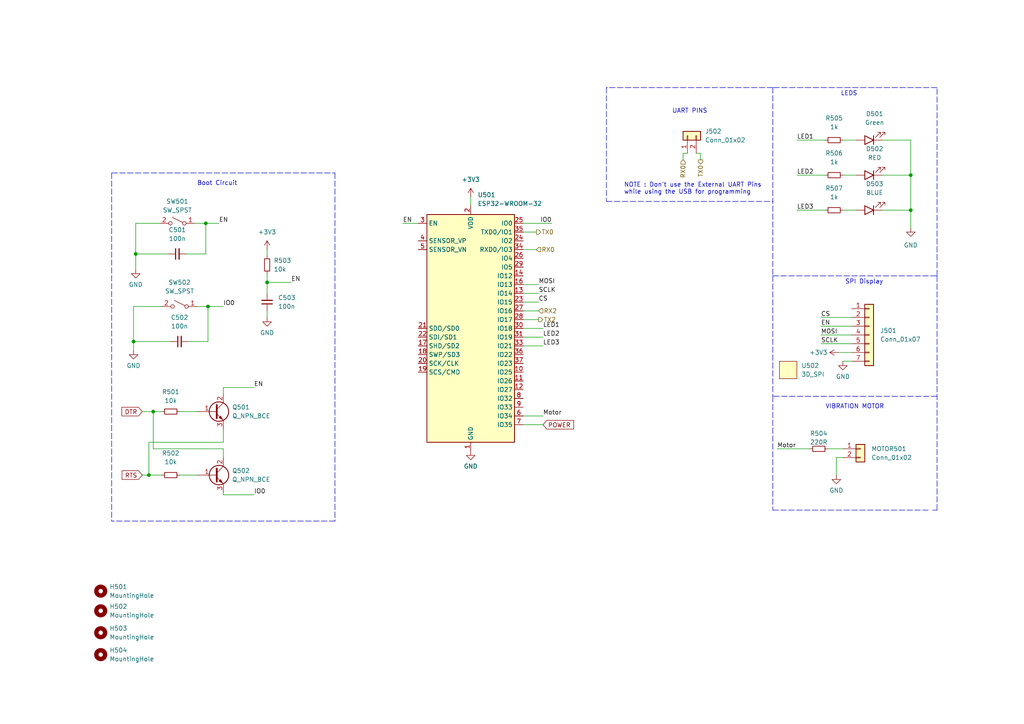
<source format=kicad_sch>
(kicad_sch (version 20211123) (generator eeschema)
  (paper "A4")
  (lib_symbols
    (symbol "Connector_Generic:Conn_01x02" (pin_names (offset 1.016) hide)
      (property "Reference" "J" (at 0 2.54 0))
      (property "Value" "Conn_01x02" (at 0 -5.08 0))
      (symbol "Conn_01x02_1_1"
        (rectangle (start -1.27 -2.413) (end 0 -2.667) (stroke (width 0.1524)))
        (rectangle (start -1.27 0.127) (end 0 -0.127) (stroke (width 0.1524)))
        (rectangle (start -1.27 1.27) (end 1.27 -3.81) (stroke (width 0.254)) (fill (type background)))
        (pin passive line (at -5.08 0 0) (length 3.81) (name "Pin_1") (number "1"))
        (pin passive line (at -5.08 -2.54 0) (length 3.81) (name "Pin_2") (number "2"))
      )
    )
    (symbol "Connector_Generic:Conn_01x07" (pin_names (offset 1.016) hide)
      (property "Reference" "J" (at 0 10.16 0))
      (property "Value" "Conn_01x07" (at 0 -10.16 0))
      (symbol "Conn_01x07_1_1"
        (rectangle (start -1.27 -7.493) (end 0 -7.747) (stroke (width 0.1524)))
        (rectangle (start -1.27 -4.953) (end 0 -5.207) (stroke (width 0.1524)))
        (rectangle (start -1.27 -2.413) (end 0 -2.667) (stroke (width 0.1524)))
        (rectangle (start -1.27 0.127) (end 0 -0.127) (stroke (width 0.1524)))
        (rectangle (start -1.27 2.667) (end 0 2.413) (stroke (width 0.1524)))
        (rectangle (start -1.27 5.207) (end 0 4.953) (stroke (width 0.1524)))
        (rectangle (start -1.27 7.747) (end 0 7.493) (stroke (width 0.1524)))
        (rectangle (start -1.27 8.89) (end 1.27 -8.89) (stroke (width 0.254)) (fill (type background)))
        (pin passive line (at -5.08 7.62 0) (length 3.81) (name "Pin_1") (number "1"))
        (pin passive line (at -5.08 5.08 0) (length 3.81) (name "Pin_2") (number "2"))
        (pin passive line (at -5.08 2.54 0) (length 3.81) (name "Pin_3") (number "3"))
        (pin passive line (at -5.08 0 0) (length 3.81) (name "Pin_4") (number "4"))
        (pin passive line (at -5.08 -2.54 0) (length 3.81) (name "Pin_5") (number "5"))
        (pin passive line (at -5.08 -5.08 0) (length 3.81) (name "Pin_6") (number "6"))
        (pin passive line (at -5.08 -7.62 0) (length 3.81) (name "Pin_7") (number "7"))
      )
    )
    (symbol "Device:C_Small" (pin_numbers hide) (pin_names (offset 0.254) hide)
      (property "Reference" "C" (at 0.254 1.778 0))
      (property "Value" "C_Small" (at 0.254 -2.032 0))
      (symbol "C_Small_0_1"
        (polyline (pts (xy -1.524 -0.508) (xy 1.524 -0.508)) (stroke (width 0.3302)))
        (polyline (pts (xy -1.524 0.508) (xy 1.524 0.508)) (stroke (width 0.3048)))
      )
      (symbol "C_Small_1_1"
        (pin passive line (at 0 2.54 270) (length 2.032) (name "~") (number "1"))
        (pin passive line (at 0 -2.54 90) (length 2.032) (name "~") (number "2"))
      )
    )
    (symbol "Device:LED" (pin_numbers hide) (pin_names (offset 1.016) hide)
      (property "Reference" "D" (at 0 2.54 0))
      (property "Value" "LED" (at 0 -2.54 0))
      (symbol "LED_0_1"
        (polyline (pts (xy -1.27 -1.27) (xy -1.27 1.27)) (stroke (width 0.254)))
        (polyline (pts (xy 1.27 -1.27) (xy 1.27 1.27) (xy -1.27 0) (xy 1.27 -1.27)) (stroke (width 0.254)))
        (polyline (pts (xy -3.048 -0.762) (xy -4.572 -2.286) (xy -3.81 -2.286) (xy -4.572 -2.286) (xy -4.572 -1.524)))
        (polyline (pts (xy -1.778 -0.762) (xy -3.302 -2.286) (xy -2.54 -2.286) (xy -3.302 -2.286) (xy -3.302 -1.524)))
      )
      (symbol "LED_1_1"
        (pin passive line (at -3.81 0 0) (length 2.54) (name "K") (number "1"))
        (pin passive line (at 3.81 0 180) (length 2.54) (name "A") (number "2"))
      )
    )
    (symbol "Device:Q_NPN_BCE" (pin_names (offset 0) hide)
      (property "Reference" "Q" (at 5.08 1.27 0))
      (property "Value" "Q_NPN_BCE" (at 5.08 -1.27 0))
      (symbol "Q_NPN_BCE_0_1"
        (polyline (pts (xy 0.635 0.635) (xy 2.54 2.54)))
        (polyline (pts (xy 0.635 -0.635) (xy 2.54 -2.54) (xy 2.54 -2.54)))
        (polyline (pts (xy 0.635 1.905) (xy 0.635 -1.905) (xy 0.635 -1.905)) (stroke (width 0.508)))
        (polyline (pts (xy 1.27 -1.778) (xy 1.778 -1.27) (xy 2.286 -2.286) (xy 1.27 -1.778) (xy 1.27 -1.778)) (fill (type outline)))
        (circle (center 1.27 0) (radius 2.8194) (stroke (width 0.254)))
      )
      (symbol "Q_NPN_BCE_1_1"
        (pin input line (at -5.08 0 0) (length 5.715) (name "B") (number "1"))
        (pin passive line (at 2.54 5.08 270) (length 2.54) (name "C") (number "2"))
        (pin passive line (at 2.54 -5.08 90) (length 2.54) (name "E") (number "3"))
      )
    )
    (symbol "Device:R_Small" (pin_numbers hide) (pin_names (offset 0.254) hide)
      (property "Reference" "R" (at 0.762 0.508 0))
      (property "Value" "R_Small" (at 0.762 -1.016 0))
      (symbol "R_Small_0_1"
        (rectangle (start -0.762 1.778) (end 0.762 -1.778) (stroke (width 0.2032)))
      )
      (symbol "R_Small_1_1"
        (pin passive line (at 0 2.54 270) (length 0.762) (name "~") (number "1"))
        (pin passive line (at 0 -2.54 90) (length 0.762) (name "~") (number "2"))
      )
    )
    (symbol "Mechanical:MountingHole" (pin_names (offset 1.016))
      (property "Reference" "H" (at 0 5.08 0))
      (property "Value" "MountingHole" (at 0 3.175 0))
      (symbol "MountingHole_0_1"
        (circle (center 0 0) (radius 1.27) (stroke (width 1.27)))
      )
    )
    (symbol "RF_Module:ESP32-WROOM-32"
      (property "Reference" "U" (at -12.7 34.29 0))
      (property "Value" "ESP32-WROOM-32" (at 1.27 34.29 0))
      (symbol "ESP32-WROOM-32_0_1"
        (rectangle (start -12.7 33.02) (end 12.7 -33.02) (stroke (width 0.254)) (fill (type background)))
      )
      (symbol "ESP32-WROOM-32_1_1"
        (pin power_in line (at 0 -35.56 90) (length 2.54) (name "GND") (number "1"))
        (pin bidirectional line (at 15.24 -12.7 180) (length 2.54) (name "IO25") (number "10"))
        (pin bidirectional line (at 15.24 -15.24 180) (length 2.54) (name "IO26") (number "11"))
        (pin bidirectional line (at 15.24 -17.78 180) (length 2.54) (name "IO27") (number "12"))
        (pin bidirectional line (at 15.24 10.16 180) (length 2.54) (name "IO14") (number "13"))
        (pin bidirectional line (at 15.24 15.24 180) (length 2.54) (name "IO12") (number "14"))
        (pin passive line (at 0 -35.56 90) (length 2.54) hide (name "GND") (number "15"))
        (pin bidirectional line (at 15.24 12.7 180) (length 2.54) (name "IO13") (number "16"))
        (pin bidirectional line (at -15.24 -5.08 0) (length 2.54) (name "SHD/SD2") (number "17"))
        (pin bidirectional line (at -15.24 -7.62 0) (length 2.54) (name "SWP/SD3") (number "18"))
        (pin bidirectional line (at -15.24 -12.7 0) (length 2.54) (name "SCS/CMD") (number "19"))
        (pin power_in line (at 0 35.56 270) (length 2.54) (name "VDD") (number "2"))
        (pin bidirectional line (at -15.24 -10.16 0) (length 2.54) (name "SCK/CLK") (number "20"))
        (pin bidirectional line (at -15.24 0 0) (length 2.54) (name "SDO/SD0") (number "21"))
        (pin bidirectional line (at -15.24 -2.54 0) (length 2.54) (name "SDI/SD1") (number "22"))
        (pin bidirectional line (at 15.24 7.62 180) (length 2.54) (name "IO15") (number "23"))
        (pin bidirectional line (at 15.24 25.4 180) (length 2.54) (name "IO2") (number "24"))
        (pin bidirectional line (at 15.24 30.48 180) (length 2.54) (name "IO0") (number "25"))
        (pin bidirectional line (at 15.24 20.32 180) (length 2.54) (name "IO4") (number "26"))
        (pin bidirectional line (at 15.24 5.08 180) (length 2.54) (name "IO16") (number "27"))
        (pin bidirectional line (at 15.24 2.54 180) (length 2.54) (name "IO17") (number "28"))
        (pin bidirectional line (at 15.24 17.78 180) (length 2.54) (name "IO5") (number "29"))
        (pin input line (at -15.24 30.48 0) (length 2.54) (name "EN") (number "3"))
        (pin bidirectional line (at 15.24 0 180) (length 2.54) (name "IO18") (number "30"))
        (pin bidirectional line (at 15.24 -2.54 180) (length 2.54) (name "IO19") (number "31"))
        (pin no_connect line (at -12.7 -27.94 0) (length 2.54) hide (name "NC") (number "32"))
        (pin bidirectional line (at 15.24 -5.08 180) (length 2.54) (name "IO21") (number "33"))
        (pin bidirectional line (at 15.24 22.86 180) (length 2.54) (name "RXD0/IO3") (number "34"))
        (pin bidirectional line (at 15.24 27.94 180) (length 2.54) (name "TXD0/IO1") (number "35"))
        (pin bidirectional line (at 15.24 -7.62 180) (length 2.54) (name "IO22") (number "36"))
        (pin bidirectional line (at 15.24 -10.16 180) (length 2.54) (name "IO23") (number "37"))
        (pin passive line (at 0 -35.56 90) (length 2.54) hide (name "GND") (number "38"))
        (pin passive line (at 0 -35.56 90) (length 2.54) hide (name "GND") (number "39"))
        (pin input line (at -15.24 25.4 0) (length 2.54) (name "SENSOR_VP") (number "4"))
        (pin input line (at -15.24 22.86 0) (length 2.54) (name "SENSOR_VN") (number "5"))
        (pin input line (at 15.24 -25.4 180) (length 2.54) (name "IO34") (number "6"))
        (pin input line (at 15.24 -27.94 180) (length 2.54) (name "IO35") (number "7"))
        (pin bidirectional line (at 15.24 -20.32 180) (length 2.54) (name "IO32") (number "8"))
        (pin bidirectional line (at 15.24 -22.86 180) (length 2.54) (name "IO33") (number "9"))
      )
    )
    (symbol "Switch:SW_SPST" (pin_names (offset 0) hide)
      (property "Reference" "SW" (at 0 3.175 0))
      (property "Value" "SW_SPST" (at 0 -2.54 0))
      (symbol "SW_SPST_0_0"
        (circle (center -2.032 0) (radius 0.508))
        (polyline (pts (xy -1.524 0.254) (xy 1.524 1.778)))
        (circle (center 2.032 0) (radius 0.508))
      )
      (symbol "SW_SPST_1_1"
        (pin passive line (at -5.08 0 0) (length 2.54) (name "A") (number "1"))
        (pin passive line (at 5.08 0 180) (length 2.54) (name "B") (number "2"))
      )
    )
    (symbol "Symbols:3D_SPI"
      (property "Reference" "U" (at 0 5.08 0))
      (property "Value" "3D_SPI" (at 0 -5.08 0))
      (symbol "3D_SPI_0_1"
        (rectangle (start -2.54 2.54) (end 2.54 -2.54) (fill (type background)))
      )
    )
    (symbol "power:+3.3V" (power) (pin_names (offset 0))
      (property "Value" "+3.3V" (at 0 3.556 0))
      (symbol "+3.3V_0_1"
        (polyline (pts (xy -0.762 1.27) (xy 0 2.54)))
        (polyline (pts (xy 0 0) (xy 0 2.54)))
        (polyline (pts (xy 0 2.54) (xy 0.762 1.27)))
      )
      (symbol "+3.3V_1_1"
        (pin power_in line (at 0 0 90) (length 0) hide (name "+3V3") (number "1"))
      )
    )
    (symbol "power:GND" (power) (pin_names (offset 0))
      (property "Value" "GND" (at 0 -3.81 0))
      (symbol "GND_0_1"
        (polyline (pts (xy 0 0) (xy 0 -1.27) (xy 1.27 -1.27) (xy 0 -2.54) (xy -1.27 -1.27) (xy 0 -1.27)))
      )
      (symbol "GND_1_1"
        (pin power_in line (at 0 0 270) (length 0) hide (name "GND") (number "1"))
      )
    )
  )
  (junction (at 38.735 99.06))
  (junction (at 43.18 137.795))
  (junction (at 264.16 60.96))
  (junction (at 77.47 81.915))
  (junction (at 44.45 119.38))
  (junction (at 39.37 73.66))
  (junction (at 264.16 50.8))
  (junction (at 59.69 64.77))
  (junction (at 60.325 88.9))
  (wire (pts (xy 255.905 40.64) (xy 264.16 40.64)))
  (wire (pts (xy 41.275 137.795) (xy 43.18 137.795)))
  (wire (pts (xy 44.45 119.38) (xy 46.99 119.38)))
  (wire (pts (xy 77.47 92.075) (xy 77.47 90.17)))
  (wire (pts (xy 46.99 88.9) (xy 38.735 88.9)))
  (polyline (pts (xy 271.78 147.955) (xy 271.78 114.935)))
  (wire (pts (xy 238.125 97.155) (xy 247.015 97.155)))
  (wire (pts (xy 157.48 95.25) (xy 151.765 95.25)))
  (wire (pts (xy 77.47 72.39) (xy 77.47 74.295)))
  (wire (pts (xy 38.735 88.9) (xy 38.735 99.06)))
  (polyline (pts (xy 224.155 80.01) (xy 271.78 80.01)))
  (wire (pts (xy 231.14 60.96) (xy 239.395 60.96)))
  (wire (pts (xy 77.47 81.915) (xy 84.455 81.915)))
  (wire (pts (xy 39.37 64.77) (xy 39.37 73.66)))
  (wire (pts (xy 64.77 112.395) (xy 64.77 114.3)))
  (wire (pts (xy 64.77 143.51) (xy 64.77 142.875)))
  (wire (pts (xy 157.48 97.79) (xy 151.765 97.79)))
  (wire (pts (xy 238.125 99.695) (xy 247.015 99.695)))
  (wire (pts (xy 46.355 64.77) (xy 39.37 64.77)))
  (wire (pts (xy 60.325 88.9) (xy 64.77 88.9)))
  (wire (pts (xy 38.735 99.06) (xy 49.53 99.06)))
  (wire (pts (xy 73.66 143.51) (xy 64.77 143.51)))
  (wire (pts (xy 244.475 40.64) (xy 248.285 40.64)))
  (wire (pts (xy 244.475 60.96) (xy 248.285 60.96)))
  (wire (pts (xy 57.15 88.9) (xy 60.325 88.9)))
  (polyline (pts (xy 175.895 58.42) (xy 224.155 58.42)))
  (wire (pts (xy 155.575 72.39) (xy 151.765 72.39)))
  (wire (pts (xy 116.84 64.77) (xy 121.285 64.77)))
  (polyline (pts (xy 271.78 80.01) (xy 271.78 114.935)))
  (wire (pts (xy 244.475 104.775) (xy 247.015 104.775)))
  (wire (pts (xy 156.21 92.71) (xy 151.765 92.71)))
  (wire (pts (xy 264.16 40.64) (xy 264.16 50.8)))
  (wire (pts (xy 52.07 119.38) (xy 57.15 119.38)))
  (wire (pts (xy 244.475 50.8) (xy 248.285 50.8)))
  (wire (pts (xy 136.525 57.15) (xy 136.525 59.69)))
  (wire (pts (xy 53.975 73.66) (xy 59.69 73.66)))
  (wire (pts (xy 156.21 82.55) (xy 151.765 82.55)))
  (wire (pts (xy 43.18 128.27) (xy 43.18 137.795)))
  (wire (pts (xy 59.69 73.66) (xy 59.69 64.77)))
  (wire (pts (xy 54.61 99.06) (xy 60.325 99.06)))
  (wire (pts (xy 225.425 130.175) (xy 234.95 130.175)))
  (polyline (pts (xy 32.385 50.165) (xy 97.155 50.165)))
  (wire (pts (xy 56.515 64.77) (xy 59.69 64.77)))
  (polyline (pts (xy 32.385 50.165) (xy 32.385 151.13)))
  (wire (pts (xy 157.48 100.33) (xy 151.765 100.33)))
  (wire (pts (xy 41.275 119.38) (xy 44.45 119.38)))
  (polyline (pts (xy 271.78 80.01) (xy 271.78 25.4)))
  (wire (pts (xy 39.37 73.66) (xy 48.895 73.66)))
  (wire (pts (xy 231.14 40.64) (xy 239.395 40.64)))
  (wire (pts (xy 52.07 137.795) (xy 57.15 137.795)))
  (wire (pts (xy 199.39 44.45) (xy 198.12 44.45)))
  (polyline (pts (xy 271.78 114.935) (xy 224.155 114.935)))
  (wire (pts (xy 155.575 67.31) (xy 151.765 67.31)))
  (wire (pts (xy 203.2 44.45) (xy 203.2 46.355)))
  (wire (pts (xy 64.77 128.27) (xy 43.18 128.27)))
  (wire (pts (xy 44.45 130.175) (xy 64.77 130.175)))
  (wire (pts (xy 201.93 44.45) (xy 203.2 44.45)))
  (wire (pts (xy 160.02 64.77) (xy 151.765 64.77)))
  (wire (pts (xy 156.21 87.63) (xy 151.765 87.63)))
  (wire (pts (xy 157.48 123.19) (xy 151.765 123.19)))
  (polyline (pts (xy 175.895 25.4) (xy 175.895 58.42)))
  (wire (pts (xy 39.37 73.66) (xy 39.37 78.105)))
  (wire (pts (xy 151.765 90.17) (xy 156.21 90.17)))
  (wire (pts (xy 238.125 92.075) (xy 247.015 92.075)))
  (wire (pts (xy 264.16 60.96) (xy 264.16 66.04)))
  (wire (pts (xy 242.57 132.715) (xy 242.57 137.795)))
  (wire (pts (xy 43.18 137.795) (xy 46.99 137.795)))
  (polyline (pts (xy 97.155 50.165) (xy 97.155 151.13)))
  (wire (pts (xy 198.12 44.45) (xy 198.12 46.355)))
  (wire (pts (xy 64.77 130.175) (xy 64.77 132.715)))
  (polyline (pts (xy 224.155 114.935) (xy 224.155 147.955)))
  (wire (pts (xy 255.905 50.8) (xy 264.16 50.8)))
  (wire (pts (xy 157.48 120.65) (xy 151.765 120.65)))
  (wire (pts (xy 240.03 130.175) (xy 244.475 130.175)))
  (polyline (pts (xy 224.155 25.4) (xy 175.895 25.4)))
  (wire (pts (xy 38.735 99.06) (xy 38.735 101.6)))
  (wire (pts (xy 238.125 94.615) (xy 247.015 94.615)))
  (wire (pts (xy 243.205 102.235) (xy 247.015 102.235)))
  (wire (pts (xy 156.21 85.09) (xy 151.765 85.09)))
  (polyline (pts (xy 97.155 151.13) (xy 32.385 151.13)))
  (wire (pts (xy 77.47 79.375) (xy 77.47 81.915)))
  (polyline (pts (xy 224.155 25.4) (xy 224.155 80.01)))
  (wire (pts (xy 64.77 128.27) (xy 64.77 124.46)))
  (wire (pts (xy 77.47 81.915) (xy 77.47 85.09)))
  (wire (pts (xy 64.77 112.395) (xy 73.66 112.395)))
  (wire (pts (xy 255.905 60.96) (xy 264.16 60.96)))
  (wire (pts (xy 264.16 50.8) (xy 264.16 60.96)))
  (wire (pts (xy 60.325 99.06) (xy 60.325 88.9)))
  (wire (pts (xy 44.45 130.175) (xy 44.45 119.38)))
  (polyline (pts (xy 224.155 147.955) (xy 269.24 147.955)))
  (polyline (pts (xy 224.155 80.01) (xy 224.155 114.935)))
  (wire (pts (xy 59.69 64.77) (xy 63.5 64.77)))
  (wire (pts (xy 244.475 132.715) (xy 242.57 132.715)))
  (wire (pts (xy 231.14 50.8) (xy 239.395 50.8)))
  (polyline (pts (xy 271.78 25.4) (xy 224.155 25.4)))
  (polyline (pts (xy 270.51 147.955) (xy 271.78 147.955)))
  (text "LEDS\n" (at 243.84 27.94 0) (effects (font (size 1.27 1.27)) (justify left bottom)))
  (text "NOTE : Don't use the External UART Pins \nwhile using the USB for programming" (at 180.975 56.515 0) (effects (font (size 1.27 1.27)) (justify left bottom)))
  (text "Boot Circuit" (at 57.15 53.975 0) (effects (font (size 1.27 1.27)) (justify left bottom)))
  (text "SPI Display" (at 245.11 82.55 0) (effects (font (size 1.27 1.27)) (justify left bottom)))
  (text "VIBRATION MOTOR\n" (at 239.395 118.745 0) (effects (font (size 1.27 1.27)) (justify left bottom)))
  (text "UART PINS" (at 194.945 33.02 0) (effects (font (size 1.27 1.27)) (justify left bottom)))
  (label "CS" (at 156.21 87.63 0))
  (label "Motor" (at 225.425 130.175 0))
  (label "IO0" (at 64.77 88.9 0))
  (label "LED3" (at 157.48 100.33 0))
  (label "EN" (at 63.5 64.77 0))
  (label "SCLK" (at 238.125 99.695 0))
  (label "IO0" (at 160.02 64.77 180))
  (label "EN" (at 73.66 112.395 0))
  (label "MOSI" (at 238.125 97.155 0))
  (label "LED1" (at 231.14 40.64 0))
  (label "EN" (at 84.455 81.915 0))
  (label "LED1" (at 157.48 95.25 0))
  (label "LED2" (at 231.14 50.8 0))
  (label "IO0" (at 73.66 143.51 0))
  (label "SCLK" (at 156.21 85.09 0))
  (label "CS" (at 238.125 92.075 0))
  (label "LED3" (at 231.14 60.96 0))
  (label "EN" (at 238.125 94.615 0))
  (label "EN" (at 116.84 64.77 0))
  (label "LED2" (at 157.48 97.79 0))
  (label "Motor" (at 157.48 120.65 0))
  (label "MOSI" (at 156.21 82.55 0))
  (global_label "RTS" (shape input) (at 41.275 137.795 180) (property "Intersheet References" "${INTERSHEET_REFS}" (effects hide)))
  (global_label "DTR" (shape input) (at 41.275 119.38 180) (property "Intersheet References" "${INTERSHEET_REFS}" (effects hide)))
  (global_label "POWER" (shape input) (at 157.48 123.19 0) (property "Intersheet References" "${INTERSHEET_REFS}" (effects hide)))
  (hierarchical_label "RX0" (shape input) (at 198.12 46.355 270))
  (hierarchical_label "RX0" (shape input) (at 155.575 72.39 0))
  (hierarchical_label "RX2" (shape input) (at 156.21 90.17 0))
  (hierarchical_label "TX2" (shape output) (at 156.21 92.71 0))
  (hierarchical_label "TX0" (shape output) (at 155.575 67.31 0))
  (hierarchical_label "TX0" (shape output) (at 203.2 46.355 270))
  (symbol (lib_id "Device:LED") (at 252.095 40.64 180) (unit 1)
    (property "Reference" "D501" (at 253.6825 33.02 0))
    (property "Value" "Green" (at 253.6825 35.56 0))
    (property "Footprint" "LED_SMD:LED_0402_1005Metric" (effects hide))
    (property "JLCPCB Part No" "C965797" (effects hide))
    (property "LCSC" "C965797" (effects hide))
  )
  (symbol (lib_id "power:GND") (at 38.735 101.6 0) (unit 1)
    (property "Reference" "#PWR0501" (effects hide))
    (property "Value" "GND" (at 38.735 106.045 0))
  )
  (symbol (lib_id "RF_Module:ESP32-WROOM-32") (at 136.525 95.25 0) (unit 1)
    (property "Reference" "U501" (at 138.5444 56.515 0) (effects (justify left)))
    (property "Value" "ESP32-WROOM-32" (at 138.5444 59.055 0) (effects (justify left)))
    (property "Footprint" "RF_Module:ESP32-WROOM-32" (effects hide))
    (property "Datasheet" "https://www.espressif.com/sites/default/files/documentation/esp32-wroom-32_datasheet_en.pdf" (effects hide))
    (property "JLCPCB Part No" "C701341 " (effects hide))
    (property "LCSC" "C701341 " (effects hide))
  )
  (symbol (lib_id "power:GND") (at 264.16 66.04 0) (unit 1)
    (property "Reference" "#PWR0509" (effects hide))
    (property "Value" "GND" (at 264.16 71.12 0))
  )
  (symbol (lib_id "Device:R_Small") (at 241.935 50.8 90) (unit 1)
    (property "Reference" "R506" (at 241.935 44.45 90))
    (property "Value" "1k" (at 241.935 46.99 90))
    (property "Footprint" "Resistor_SMD:R_0402_1005Metric" (effects hide))
    (property "JLCPCB Part No" "C2693046" (effects hide))
    (property "LCSC" "C2693046" (effects hide))
  )
  (symbol (lib_id "power:+3.3V") (at 77.47 72.39 0) (unit 1)
    (property "Reference" "#PWR0503" (effects hide))
    (property "Value" "+3.3V" (at 77.47 67.31 0))
  )
  (symbol (lib_id "Device:R_Small") (at 49.53 119.38 90) (unit 1)
    (property "Reference" "R501" (at 49.53 113.665 90))
    (property "Value" "10k" (at 49.53 116.205 90))
    (property "Footprint" "Resistor_SMD:R_0805_2012Metric" (effects hide))
    (property "JLCPCB Part No" "C17414" (effects hide))
    (property "LCSC" "C17414" (effects hide))
  )
  (symbol (lib_id "Device:LED") (at 252.095 50.8 180) (unit 1)
    (property "Reference" "D502" (at 253.6825 43.18 0))
    (property "Value" "RED" (at 253.6825 45.72 0))
    (property "Footprint" "LED_SMD:LED_0402_1005Metric" (effects hide))
    (property "JLCPCB Part No" "C130719" (effects hide))
    (property "LCSC" "C130719" (effects hide))
  )
  (symbol (lib_id "power:GND") (at 136.525 130.81 0) (unit 1)
    (property "Reference" "#PWR0506" (effects hide))
    (property "Value" "GND" (at 136.525 135.255 0))
  )
  (symbol (lib_id "Mechanical:MountingHole") (at 29.21 183.515 0) (unit 1) (in_bom no)
    (property "Reference" "H503" (at 31.75 182.2449 0) (effects (justify left)))
    (property "Value" "MountingHole" (at 31.75 184.7849 0) (effects (justify left)))
    (property "Footprint" "MountingHole:MountingHole_2mm" (effects hide))
  )
  (symbol (lib_id "Device:R_Small") (at 77.47 76.835 0) (unit 1)
    (property "Reference" "R503" (at 79.375 75.5649 0) (effects (justify left)))
    (property "Value" "10k" (at 79.375 78.1049 0) (effects (justify left)))
    (property "Footprint" "Resistor_SMD:R_0805_2012Metric" (effects hide))
    (property "JLCPCB Part No" "C17414" (effects hide))
    (property "LCSC" "C17414" (effects hide))
  )
  (symbol (lib_id "Device:R_Small") (at 237.49 130.175 90) (unit 1)
    (property "Reference" "R504" (at 237.49 125.73 90))
    (property "Value" "220R" (at 237.49 128.27 90))
    (property "Footprint" "Resistor_SMD:R_0805_2012Metric" (effects hide))
    (property "JLCPCB Part No" "C17557" (effects hide))
    (property "LCSC" "C17557" (effects hide))
  )
  (symbol (lib_id "Symbols:3D_SPI") (at 228.6 107.315 0) (unit 1) (in_bom no)
    (property "Reference" "U502" (at 232.41 106.0449 0) (effects (justify left)))
    (property "Value" "3D_SPI" (at 232.41 108.5849 0) (effects (justify left)))
    (property "Footprint" "Footprints:3D SPI_2" (effects hide))
  )
  (symbol (lib_id "power:+3.3V") (at 243.205 102.235 90) (unit 1)
    (property "Reference" "#PWR0507" (effects hide))
    (property "Value" "+3.3V" (at 240.03 102.2349 90) (effects (justify left)))
  )
  (symbol (lib_id "Device:R_Small") (at 49.53 137.795 90) (unit 1)
    (property "Reference" "R502" (at 49.53 131.445 90))
    (property "Value" "10k" (at 49.53 133.985 90))
    (property "Footprint" "Resistor_SMD:R_0805_2012Metric" (effects hide))
    (property "JLCPCB Part No" "C17414" (effects hide))
    (property "LCSC" "C17414" (effects hide))
  )
  (symbol (lib_id "Mechanical:MountingHole") (at 29.21 177.165 0) (unit 1) (in_bom no)
    (property "Reference" "H502" (at 31.75 175.8949 0) (effects (justify left)))
    (property "Value" "MountingHole" (at 31.75 178.4349 0) (effects (justify left)))
    (property "Footprint" "MountingHole:MountingHole_2mm" (effects hide))
  )
  (symbol (lib_id "power:GND") (at 77.47 92.075 0) (unit 1)
    (property "Reference" "#PWR0504" (effects hide))
    (property "Value" "GND" (at 77.47 96.52 0))
  )
  (symbol (lib_id "Device:C_Small") (at 77.47 87.63 180) (unit 1)
    (property "Reference" "C503" (at 80.645 86.3535 0) (effects (justify right)))
    (property "Value" "100n" (at 80.645 88.8935 0) (effects (justify right)))
    (property "Footprint" "Capacitor_SMD:C_0402_1005Metric" (effects hide))
    (property "JLCPCB Part No" "C1525" (effects hide))
    (property "LCSC" "C1525" (effects hide))
  )
  (symbol (lib_id "Switch:SW_SPST") (at 52.07 88.9 0) (mirror y) (unit 1)
    (property "Reference" "SW502" (at 52.07 81.915 0))
    (property "Value" "SW_SPST" (at 52.07 84.455 0))
    (property "Footprint" "Button_Switch_SMD:SW_SPST_PTS645" (effects hide))
    (property "JLCPCB Part No" "C221880" (effects hide))
    (property "LCSC" "C221880" (effects hide))
  )
  (symbol (lib_id "power:GND") (at 244.475 104.775 0) (unit 1)
    (property "Reference" "#PWR0508" (effects hide))
    (property "Value" "GND" (at 244.475 109.22 0))
  )
  (symbol (lib_id "Device:R_Small") (at 241.935 60.96 90) (unit 1)
    (property "Reference" "R507" (at 241.935 54.61 90))
    (property "Value" "1k" (at 241.935 57.15 90))
    (property "Footprint" "Resistor_SMD:R_0402_1005Metric" (effects hide))
    (property "JLCPCB Part No" "C2693046" (effects hide))
    (property "LCSC" "C2693046" (effects hide))
  )
  (symbol (lib_id "Device:Q_NPN_BCE") (at 62.23 119.38 0) (unit 1)
    (property "Reference" "Q501" (at 67.31 118.1099 0) (effects (justify left)))
    (property "Value" "Q_NPN_BCE" (at 67.31 120.6499 0) (effects (justify left)))
    (property "Footprint" "Package_TO_SOT_SMD:SOT-23" (effects hide))
    (property "JLCPCB Part No" "C2150 " (effects hide))
    (property "LCSC" "C2150 " (effects hide))
  )
  (symbol (lib_id "power:GND") (at 39.37 78.105 0) (unit 1)
    (property "Reference" "#PWR0502" (effects hide))
    (property "Value" "GND" (at 39.37 82.55 0))
  )
  (symbol (lib_id "Device:Q_NPN_BCE") (at 62.23 137.795 0) (unit 1)
    (property "Reference" "Q502" (at 67.31 136.5249 0) (effects (justify left)))
    (property "Value" "Q_NPN_BCE" (at 67.31 139.0649 0) (effects (justify left)))
    (property "Footprint" "Package_TO_SOT_SMD:SOT-23" (effects hide))
    (property "JLCPCB Part No" "C2150 " (effects hide))
    (property "LCSC" "C2150 " (effects hide))
  )
  (symbol (lib_id "Connector_Generic:Conn_01x02") (at 199.39 39.37 90) (unit 1)
    (property "Reference" "J502" (at 204.47 38.0999 90) (effects (justify right)))
    (property "Value" "Conn_01x02" (at 204.47 40.6399 90) (effects (justify right)))
    (property "Footprint" "Connector_PinSocket_2.54mm:PinSocket_1x02_P2.54mm_Vertical" (effects hide))
    (property "JLCPCB Part No" "C49661" (effects hide))
    (property "LCSC" "C49661" (effects hide))
  )
  (symbol (lib_id "power:+3.3V") (at 136.525 57.15 0) (unit 1)
    (property "Reference" "#PWR0505" (effects hide))
    (property "Value" "+3.3V" (at 136.525 52.07 0))
  )
  (symbol (lib_id "Mechanical:MountingHole") (at 29.21 189.865 0) (unit 1) (in_bom no)
    (property "Reference" "H504" (at 31.75 188.5949 0) (effects (justify left)))
    (property "Value" "MountingHole" (at 31.75 191.1349 0) (effects (justify left)))
    (property "Footprint" "MountingHole:MountingHole_2mm" (effects hide))
  )
  (symbol (lib_id "Device:R_Small") (at 241.935 40.64 90) (unit 1)
    (property "Reference" "R505" (at 241.935 34.29 90))
    (property "Value" "1k" (at 241.935 36.83 90))
    (property "Footprint" "Resistor_SMD:R_0402_1005Metric" (effects hide))
    (property "JLCPCB Part No" "C2693046" (effects hide))
    (property "LCSC" "C2693046" (effects hide))
  )
  (symbol (lib_id "power:GND") (at 242.57 137.795 0) (unit 1)
    (property "Reference" "#PWR0101" (effects hide))
    (property "Value" "GND" (at 242.57 142.24 0))
  )
  (symbol (lib_id "Connector_Generic:Conn_01x07") (at 252.095 97.155 0) (unit 1)
    (property "Reference" "J501" (at 255.27 95.8849 0) (effects (justify left)))
    (property "Value" "Conn_01x07" (at 255.27 98.4249 0) (effects (justify left)))
    (property "Footprint" "Connector_PinSocket_2.54mm:PinSocket_1x07_P2.54mm_Vertical" (effects hide))
    (property "JLCPCB Part No" "C2932672" (effects hide))
    (property "LCSC" "C2932672" (effects hide))
  )
  (symbol (lib_id "Device:C_Small") (at 51.435 73.66 90) (unit 1)
    (property "Reference" "C501" (at 51.4413 66.675 90))
    (property "Value" "100n" (at 51.4413 69.215 90))
    (property "Footprint" "Capacitor_SMD:C_0402_1005Metric" (effects hide))
    (property "JLCPCB Part No" "C1525" (effects hide))
    (property "LCSC" "C1525" (effects hide))
  )
  (symbol (lib_id "Device:LED") (at 252.095 60.96 180) (unit 1)
    (property "Reference" "D503" (at 253.6825 53.34 0))
    (property "Value" "BLUE" (at 253.6825 55.88 0))
    (property "Footprint" "LED_SMD:LED_0402_1005Metric" (effects hide))
    (property "JLCPCB Part No" "C130724" (effects hide))
    (property "LCSC" "C130724" (effects hide))
  )
  (symbol (lib_id "Device:C_Small") (at 52.07 99.06 90) (unit 1)
    (property "Reference" "C502" (at 52.0763 92.075 90))
    (property "Value" "100n" (at 52.0763 94.615 90))
    (property "Footprint" "Capacitor_SMD:C_0402_1005Metric" (effects hide))
    (property "JLCPCB Part No" "C1525" (effects hide))
    (property "LCSC" "C1525" (effects hide))
  )
  (symbol (lib_id "Mechanical:MountingHole") (at 29.21 171.45 0) (unit 1) (in_bom no)
    (property "Reference" "H501" (at 31.75 170.1799 0) (effects (justify left)))
    (property "Value" "MountingHole" (at 31.75 172.7199 0) (effects (justify left)))
    (property "Footprint" "MountingHole:MountingHole_2mm" (effects hide))
  )
  (symbol (lib_id "Switch:SW_SPST") (at 51.435 64.77 0) (mirror y) (unit 1)
    (property "Reference" "SW501" (at 51.435 58.42 0))
    (property "Value" "SW_SPST" (at 51.435 60.96 0))
    (property "Footprint" "Button_Switch_SMD:SW_SPST_PTS645" (effects hide))
    (property "JLCPCB Part No" "C221880" (effects hide))
    (property "LCSC" "C221880" (effects hide))
  )
  (symbol (lib_id "Connector_Generic:Conn_01x02") (at 249.555 130.175 0) (unit 1)
    (property "Reference" "MOTOR501" (at 252.73 130.1749 0) (effects (justify left)))
    (property "Value" "Conn_01x02" (at 252.73 132.7149 0) (effects (justify left)))
    (property "Footprint" "TestPoint:TestPoint_2Pads_Pitch2.54mm_Drill0.8mm" (effects hide))
  )
)
</source>
